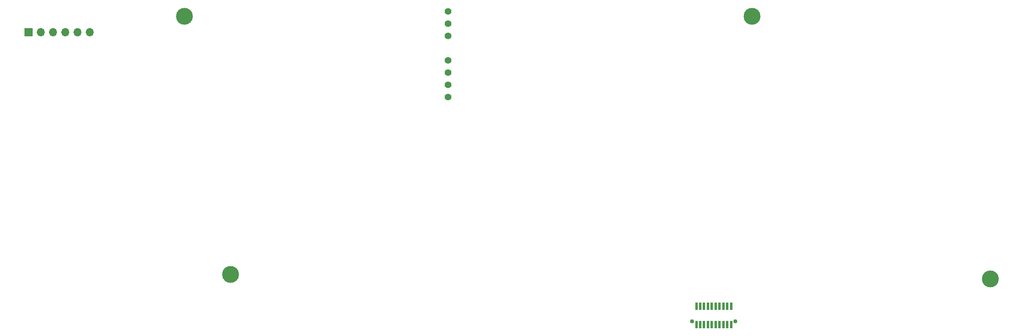
<source format=gbr>
%TF.GenerationSoftware,KiCad,Pcbnew,8.0.0*%
%TF.CreationDate,2024-03-12T18:48:21+01:00*%
%TF.ProjectId,FT24-AMS_Slave-v5,46543234-2d41-44d5-935f-536c6176652d,rev?*%
%TF.SameCoordinates,PX2faf080PY47868c0*%
%TF.FileFunction,Soldermask,Bot*%
%TF.FilePolarity,Negative*%
%FSLAX46Y46*%
G04 Gerber Fmt 4.6, Leading zero omitted, Abs format (unit mm)*
G04 Created by KiCad (PCBNEW 8.0.0) date 2024-03-12 18:48:21*
%MOMM*%
%LPD*%
G01*
G04 APERTURE LIST*
%ADD10R,1.700000X1.700000*%
%ADD11O,1.700000X1.700000*%
%ADD12C,3.500000*%
%ADD13C,1.400000*%
%ADD14C,0.850000*%
%ADD15R,0.550000X1.500000*%
G04 APERTURE END LIST*
D10*
%TO.C,J16*%
X22120000Y-7550000D03*
D11*
X24660000Y-7550000D03*
X27200000Y-7550000D03*
X29740000Y-7550000D03*
X32280000Y-7550000D03*
X34820000Y-7550000D03*
%TD*%
D12*
%TO.C,REF\u002A\u002A*%
X172227041Y-4300000D03*
%TD*%
%TO.C,REF\u002A\u002A*%
X54495945Y-4300000D03*
%TD*%
D13*
%TO.C,PS1*%
X109200000Y-8380000D03*
X109200000Y-13460000D03*
X109200000Y-3300000D03*
X109200000Y-5840000D03*
X109200000Y-16000000D03*
X109200000Y-18540000D03*
X109200000Y-21080000D03*
%TD*%
D12*
%TO.C,REF\u002A\u002A*%
X64009909Y-57900000D03*
%TD*%
%TO.C,REF\u002A\u002A*%
X221701799Y-58800000D03*
%TD*%
D14*
%TO.C,J5*%
X159800000Y-67650000D03*
X168800000Y-67650000D03*
D15*
X167900000Y-64450000D03*
X167900000Y-68250000D03*
X167100000Y-64450000D03*
X167100000Y-68250000D03*
X166300000Y-64450000D03*
X166300000Y-68250000D03*
X165500000Y-64450000D03*
X165500000Y-68250000D03*
X164700000Y-64450000D03*
X164700000Y-68250000D03*
X163900000Y-64450000D03*
X163900000Y-68250000D03*
X163100000Y-64450000D03*
X163100000Y-68250000D03*
X162300000Y-64450000D03*
X162300000Y-68250000D03*
X161500000Y-64450000D03*
X161500000Y-68250000D03*
X160700000Y-64450000D03*
X160700000Y-68250000D03*
%TD*%
M02*

</source>
